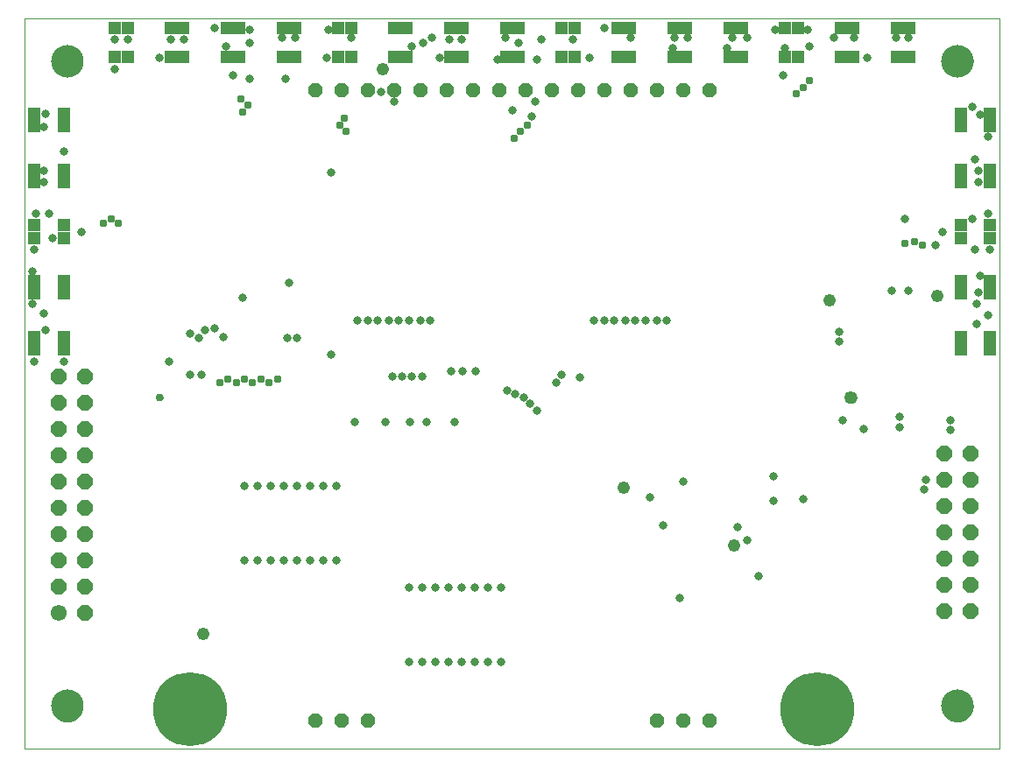
<source format=gts>
G75*
%MOIN*%
%OFA0B0*%
%FSLAX25Y25*%
%IPPOS*%
%LPD*%
%AMOC8*
5,1,8,0,0,1.08239X$1,22.5*
%
%ADD10C,0.00000*%
%ADD11C,0.12402*%
%ADD12OC8,0.05315*%
%ADD13C,0.02953*%
%ADD14C,0.04921*%
%ADD15C,0.28150*%
%ADD16R,0.04528X0.04921*%
%ADD17R,0.04921X0.04528*%
%ADD18C,0.06102*%
%ADD19OC8,0.06102*%
%ADD20C,0.03291*%
%ADD21C,0.04843*%
%ADD22C,0.03072*%
D10*
X0007875Y0004375D02*
X0007875Y0282466D01*
X0379027Y0282466D01*
X0379027Y0004375D01*
X0007875Y0004375D01*
X0018219Y0020625D02*
X0018221Y0020778D01*
X0018227Y0020932D01*
X0018237Y0021085D01*
X0018251Y0021237D01*
X0018269Y0021390D01*
X0018291Y0021541D01*
X0018316Y0021692D01*
X0018346Y0021843D01*
X0018380Y0021993D01*
X0018417Y0022141D01*
X0018458Y0022289D01*
X0018503Y0022435D01*
X0018552Y0022581D01*
X0018605Y0022725D01*
X0018661Y0022867D01*
X0018721Y0023008D01*
X0018785Y0023148D01*
X0018852Y0023286D01*
X0018923Y0023422D01*
X0018998Y0023556D01*
X0019075Y0023688D01*
X0019157Y0023818D01*
X0019241Y0023946D01*
X0019329Y0024072D01*
X0019420Y0024195D01*
X0019514Y0024316D01*
X0019612Y0024434D01*
X0019712Y0024550D01*
X0019816Y0024663D01*
X0019922Y0024774D01*
X0020031Y0024882D01*
X0020143Y0024987D01*
X0020257Y0025088D01*
X0020375Y0025187D01*
X0020494Y0025283D01*
X0020616Y0025376D01*
X0020741Y0025465D01*
X0020868Y0025552D01*
X0020997Y0025634D01*
X0021128Y0025714D01*
X0021261Y0025790D01*
X0021396Y0025863D01*
X0021533Y0025932D01*
X0021672Y0025997D01*
X0021812Y0026059D01*
X0021954Y0026117D01*
X0022097Y0026172D01*
X0022242Y0026223D01*
X0022388Y0026270D01*
X0022535Y0026313D01*
X0022683Y0026352D01*
X0022832Y0026388D01*
X0022982Y0026419D01*
X0023133Y0026447D01*
X0023284Y0026471D01*
X0023437Y0026491D01*
X0023589Y0026507D01*
X0023742Y0026519D01*
X0023895Y0026527D01*
X0024048Y0026531D01*
X0024202Y0026531D01*
X0024355Y0026527D01*
X0024508Y0026519D01*
X0024661Y0026507D01*
X0024813Y0026491D01*
X0024966Y0026471D01*
X0025117Y0026447D01*
X0025268Y0026419D01*
X0025418Y0026388D01*
X0025567Y0026352D01*
X0025715Y0026313D01*
X0025862Y0026270D01*
X0026008Y0026223D01*
X0026153Y0026172D01*
X0026296Y0026117D01*
X0026438Y0026059D01*
X0026578Y0025997D01*
X0026717Y0025932D01*
X0026854Y0025863D01*
X0026989Y0025790D01*
X0027122Y0025714D01*
X0027253Y0025634D01*
X0027382Y0025552D01*
X0027509Y0025465D01*
X0027634Y0025376D01*
X0027756Y0025283D01*
X0027875Y0025187D01*
X0027993Y0025088D01*
X0028107Y0024987D01*
X0028219Y0024882D01*
X0028328Y0024774D01*
X0028434Y0024663D01*
X0028538Y0024550D01*
X0028638Y0024434D01*
X0028736Y0024316D01*
X0028830Y0024195D01*
X0028921Y0024072D01*
X0029009Y0023946D01*
X0029093Y0023818D01*
X0029175Y0023688D01*
X0029252Y0023556D01*
X0029327Y0023422D01*
X0029398Y0023286D01*
X0029465Y0023148D01*
X0029529Y0023008D01*
X0029589Y0022867D01*
X0029645Y0022725D01*
X0029698Y0022581D01*
X0029747Y0022435D01*
X0029792Y0022289D01*
X0029833Y0022141D01*
X0029870Y0021993D01*
X0029904Y0021843D01*
X0029934Y0021692D01*
X0029959Y0021541D01*
X0029981Y0021390D01*
X0029999Y0021237D01*
X0030013Y0021085D01*
X0030023Y0020932D01*
X0030029Y0020778D01*
X0030031Y0020625D01*
X0030029Y0020472D01*
X0030023Y0020318D01*
X0030013Y0020165D01*
X0029999Y0020013D01*
X0029981Y0019860D01*
X0029959Y0019709D01*
X0029934Y0019558D01*
X0029904Y0019407D01*
X0029870Y0019257D01*
X0029833Y0019109D01*
X0029792Y0018961D01*
X0029747Y0018815D01*
X0029698Y0018669D01*
X0029645Y0018525D01*
X0029589Y0018383D01*
X0029529Y0018242D01*
X0029465Y0018102D01*
X0029398Y0017964D01*
X0029327Y0017828D01*
X0029252Y0017694D01*
X0029175Y0017562D01*
X0029093Y0017432D01*
X0029009Y0017304D01*
X0028921Y0017178D01*
X0028830Y0017055D01*
X0028736Y0016934D01*
X0028638Y0016816D01*
X0028538Y0016700D01*
X0028434Y0016587D01*
X0028328Y0016476D01*
X0028219Y0016368D01*
X0028107Y0016263D01*
X0027993Y0016162D01*
X0027875Y0016063D01*
X0027756Y0015967D01*
X0027634Y0015874D01*
X0027509Y0015785D01*
X0027382Y0015698D01*
X0027253Y0015616D01*
X0027122Y0015536D01*
X0026989Y0015460D01*
X0026854Y0015387D01*
X0026717Y0015318D01*
X0026578Y0015253D01*
X0026438Y0015191D01*
X0026296Y0015133D01*
X0026153Y0015078D01*
X0026008Y0015027D01*
X0025862Y0014980D01*
X0025715Y0014937D01*
X0025567Y0014898D01*
X0025418Y0014862D01*
X0025268Y0014831D01*
X0025117Y0014803D01*
X0024966Y0014779D01*
X0024813Y0014759D01*
X0024661Y0014743D01*
X0024508Y0014731D01*
X0024355Y0014723D01*
X0024202Y0014719D01*
X0024048Y0014719D01*
X0023895Y0014723D01*
X0023742Y0014731D01*
X0023589Y0014743D01*
X0023437Y0014759D01*
X0023284Y0014779D01*
X0023133Y0014803D01*
X0022982Y0014831D01*
X0022832Y0014862D01*
X0022683Y0014898D01*
X0022535Y0014937D01*
X0022388Y0014980D01*
X0022242Y0015027D01*
X0022097Y0015078D01*
X0021954Y0015133D01*
X0021812Y0015191D01*
X0021672Y0015253D01*
X0021533Y0015318D01*
X0021396Y0015387D01*
X0021261Y0015460D01*
X0021128Y0015536D01*
X0020997Y0015616D01*
X0020868Y0015698D01*
X0020741Y0015785D01*
X0020616Y0015874D01*
X0020494Y0015967D01*
X0020375Y0016063D01*
X0020257Y0016162D01*
X0020143Y0016263D01*
X0020031Y0016368D01*
X0019922Y0016476D01*
X0019816Y0016587D01*
X0019712Y0016700D01*
X0019612Y0016816D01*
X0019514Y0016934D01*
X0019420Y0017055D01*
X0019329Y0017178D01*
X0019241Y0017304D01*
X0019157Y0017432D01*
X0019075Y0017562D01*
X0018998Y0017694D01*
X0018923Y0017828D01*
X0018852Y0017964D01*
X0018785Y0018102D01*
X0018721Y0018242D01*
X0018661Y0018383D01*
X0018605Y0018525D01*
X0018552Y0018669D01*
X0018503Y0018815D01*
X0018458Y0018961D01*
X0018417Y0019109D01*
X0018380Y0019257D01*
X0018346Y0019407D01*
X0018316Y0019558D01*
X0018291Y0019709D01*
X0018269Y0019860D01*
X0018251Y0020013D01*
X0018237Y0020165D01*
X0018227Y0020318D01*
X0018221Y0020472D01*
X0018219Y0020625D01*
X0058136Y0138125D02*
X0058138Y0138194D01*
X0058144Y0138262D01*
X0058154Y0138330D01*
X0058168Y0138397D01*
X0058186Y0138464D01*
X0058207Y0138529D01*
X0058233Y0138593D01*
X0058262Y0138655D01*
X0058294Y0138715D01*
X0058330Y0138774D01*
X0058370Y0138830D01*
X0058412Y0138884D01*
X0058458Y0138935D01*
X0058507Y0138984D01*
X0058558Y0139030D01*
X0058612Y0139072D01*
X0058668Y0139112D01*
X0058726Y0139148D01*
X0058787Y0139180D01*
X0058849Y0139209D01*
X0058913Y0139235D01*
X0058978Y0139256D01*
X0059045Y0139274D01*
X0059112Y0139288D01*
X0059180Y0139298D01*
X0059248Y0139304D01*
X0059317Y0139306D01*
X0059386Y0139304D01*
X0059454Y0139298D01*
X0059522Y0139288D01*
X0059589Y0139274D01*
X0059656Y0139256D01*
X0059721Y0139235D01*
X0059785Y0139209D01*
X0059847Y0139180D01*
X0059907Y0139148D01*
X0059966Y0139112D01*
X0060022Y0139072D01*
X0060076Y0139030D01*
X0060127Y0138984D01*
X0060176Y0138935D01*
X0060222Y0138884D01*
X0060264Y0138830D01*
X0060304Y0138774D01*
X0060340Y0138715D01*
X0060372Y0138655D01*
X0060401Y0138593D01*
X0060427Y0138529D01*
X0060448Y0138464D01*
X0060466Y0138397D01*
X0060480Y0138330D01*
X0060490Y0138262D01*
X0060496Y0138194D01*
X0060498Y0138125D01*
X0060496Y0138056D01*
X0060490Y0137988D01*
X0060480Y0137920D01*
X0060466Y0137853D01*
X0060448Y0137786D01*
X0060427Y0137721D01*
X0060401Y0137657D01*
X0060372Y0137595D01*
X0060340Y0137534D01*
X0060304Y0137476D01*
X0060264Y0137420D01*
X0060222Y0137366D01*
X0060176Y0137315D01*
X0060127Y0137266D01*
X0060076Y0137220D01*
X0060022Y0137178D01*
X0059966Y0137138D01*
X0059908Y0137102D01*
X0059847Y0137070D01*
X0059785Y0137041D01*
X0059721Y0137015D01*
X0059656Y0136994D01*
X0059589Y0136976D01*
X0059522Y0136962D01*
X0059454Y0136952D01*
X0059386Y0136946D01*
X0059317Y0136944D01*
X0059248Y0136946D01*
X0059180Y0136952D01*
X0059112Y0136962D01*
X0059045Y0136976D01*
X0058978Y0136994D01*
X0058913Y0137015D01*
X0058849Y0137041D01*
X0058787Y0137070D01*
X0058726Y0137102D01*
X0058668Y0137138D01*
X0058612Y0137178D01*
X0058558Y0137220D01*
X0058507Y0137266D01*
X0058458Y0137315D01*
X0058412Y0137366D01*
X0058370Y0137420D01*
X0058330Y0137476D01*
X0058294Y0137534D01*
X0058262Y0137595D01*
X0058233Y0137657D01*
X0058207Y0137721D01*
X0058186Y0137786D01*
X0058168Y0137853D01*
X0058154Y0137920D01*
X0058144Y0137988D01*
X0058138Y0138056D01*
X0058136Y0138125D01*
X0320144Y0138125D02*
X0320146Y0138218D01*
X0320152Y0138310D01*
X0320162Y0138402D01*
X0320176Y0138493D01*
X0320193Y0138584D01*
X0320215Y0138674D01*
X0320240Y0138763D01*
X0320269Y0138851D01*
X0320302Y0138937D01*
X0320339Y0139022D01*
X0320379Y0139106D01*
X0320423Y0139187D01*
X0320470Y0139267D01*
X0320520Y0139345D01*
X0320574Y0139420D01*
X0320631Y0139493D01*
X0320691Y0139563D01*
X0320754Y0139631D01*
X0320820Y0139696D01*
X0320888Y0139758D01*
X0320959Y0139818D01*
X0321033Y0139874D01*
X0321109Y0139927D01*
X0321187Y0139976D01*
X0321267Y0140023D01*
X0321349Y0140065D01*
X0321433Y0140105D01*
X0321518Y0140140D01*
X0321605Y0140172D01*
X0321693Y0140201D01*
X0321782Y0140225D01*
X0321872Y0140246D01*
X0321963Y0140262D01*
X0322055Y0140275D01*
X0322147Y0140284D01*
X0322240Y0140289D01*
X0322332Y0140290D01*
X0322425Y0140287D01*
X0322517Y0140280D01*
X0322609Y0140269D01*
X0322700Y0140254D01*
X0322791Y0140236D01*
X0322881Y0140213D01*
X0322969Y0140187D01*
X0323057Y0140157D01*
X0323143Y0140123D01*
X0323227Y0140086D01*
X0323310Y0140044D01*
X0323391Y0140000D01*
X0323471Y0139952D01*
X0323548Y0139901D01*
X0323622Y0139846D01*
X0323695Y0139788D01*
X0323765Y0139728D01*
X0323832Y0139664D01*
X0323896Y0139598D01*
X0323958Y0139528D01*
X0324016Y0139457D01*
X0324071Y0139383D01*
X0324123Y0139306D01*
X0324172Y0139227D01*
X0324218Y0139147D01*
X0324260Y0139064D01*
X0324298Y0138980D01*
X0324333Y0138894D01*
X0324364Y0138807D01*
X0324391Y0138719D01*
X0324414Y0138629D01*
X0324434Y0138539D01*
X0324450Y0138448D01*
X0324462Y0138356D01*
X0324470Y0138264D01*
X0324474Y0138171D01*
X0324474Y0138079D01*
X0324470Y0137986D01*
X0324462Y0137894D01*
X0324450Y0137802D01*
X0324434Y0137711D01*
X0324414Y0137621D01*
X0324391Y0137531D01*
X0324364Y0137443D01*
X0324333Y0137356D01*
X0324298Y0137270D01*
X0324260Y0137186D01*
X0324218Y0137103D01*
X0324172Y0137023D01*
X0324123Y0136944D01*
X0324071Y0136867D01*
X0324016Y0136793D01*
X0323958Y0136722D01*
X0323896Y0136652D01*
X0323832Y0136586D01*
X0323765Y0136522D01*
X0323695Y0136462D01*
X0323622Y0136404D01*
X0323548Y0136349D01*
X0323471Y0136298D01*
X0323392Y0136250D01*
X0323310Y0136206D01*
X0323227Y0136164D01*
X0323143Y0136127D01*
X0323057Y0136093D01*
X0322969Y0136063D01*
X0322881Y0136037D01*
X0322791Y0136014D01*
X0322700Y0135996D01*
X0322609Y0135981D01*
X0322517Y0135970D01*
X0322425Y0135963D01*
X0322332Y0135960D01*
X0322240Y0135961D01*
X0322147Y0135966D01*
X0322055Y0135975D01*
X0321963Y0135988D01*
X0321872Y0136004D01*
X0321782Y0136025D01*
X0321693Y0136049D01*
X0321605Y0136078D01*
X0321518Y0136110D01*
X0321433Y0136145D01*
X0321349Y0136185D01*
X0321267Y0136227D01*
X0321187Y0136274D01*
X0321109Y0136323D01*
X0321033Y0136376D01*
X0320959Y0136432D01*
X0320888Y0136492D01*
X0320820Y0136554D01*
X0320754Y0136619D01*
X0320691Y0136687D01*
X0320631Y0136757D01*
X0320574Y0136830D01*
X0320520Y0136905D01*
X0320470Y0136983D01*
X0320423Y0137063D01*
X0320379Y0137144D01*
X0320339Y0137228D01*
X0320302Y0137313D01*
X0320269Y0137399D01*
X0320240Y0137487D01*
X0320215Y0137576D01*
X0320193Y0137666D01*
X0320176Y0137757D01*
X0320162Y0137848D01*
X0320152Y0137940D01*
X0320146Y0138032D01*
X0320144Y0138125D01*
X0356969Y0020625D02*
X0356971Y0020778D01*
X0356977Y0020932D01*
X0356987Y0021085D01*
X0357001Y0021237D01*
X0357019Y0021390D01*
X0357041Y0021541D01*
X0357066Y0021692D01*
X0357096Y0021843D01*
X0357130Y0021993D01*
X0357167Y0022141D01*
X0357208Y0022289D01*
X0357253Y0022435D01*
X0357302Y0022581D01*
X0357355Y0022725D01*
X0357411Y0022867D01*
X0357471Y0023008D01*
X0357535Y0023148D01*
X0357602Y0023286D01*
X0357673Y0023422D01*
X0357748Y0023556D01*
X0357825Y0023688D01*
X0357907Y0023818D01*
X0357991Y0023946D01*
X0358079Y0024072D01*
X0358170Y0024195D01*
X0358264Y0024316D01*
X0358362Y0024434D01*
X0358462Y0024550D01*
X0358566Y0024663D01*
X0358672Y0024774D01*
X0358781Y0024882D01*
X0358893Y0024987D01*
X0359007Y0025088D01*
X0359125Y0025187D01*
X0359244Y0025283D01*
X0359366Y0025376D01*
X0359491Y0025465D01*
X0359618Y0025552D01*
X0359747Y0025634D01*
X0359878Y0025714D01*
X0360011Y0025790D01*
X0360146Y0025863D01*
X0360283Y0025932D01*
X0360422Y0025997D01*
X0360562Y0026059D01*
X0360704Y0026117D01*
X0360847Y0026172D01*
X0360992Y0026223D01*
X0361138Y0026270D01*
X0361285Y0026313D01*
X0361433Y0026352D01*
X0361582Y0026388D01*
X0361732Y0026419D01*
X0361883Y0026447D01*
X0362034Y0026471D01*
X0362187Y0026491D01*
X0362339Y0026507D01*
X0362492Y0026519D01*
X0362645Y0026527D01*
X0362798Y0026531D01*
X0362952Y0026531D01*
X0363105Y0026527D01*
X0363258Y0026519D01*
X0363411Y0026507D01*
X0363563Y0026491D01*
X0363716Y0026471D01*
X0363867Y0026447D01*
X0364018Y0026419D01*
X0364168Y0026388D01*
X0364317Y0026352D01*
X0364465Y0026313D01*
X0364612Y0026270D01*
X0364758Y0026223D01*
X0364903Y0026172D01*
X0365046Y0026117D01*
X0365188Y0026059D01*
X0365328Y0025997D01*
X0365467Y0025932D01*
X0365604Y0025863D01*
X0365739Y0025790D01*
X0365872Y0025714D01*
X0366003Y0025634D01*
X0366132Y0025552D01*
X0366259Y0025465D01*
X0366384Y0025376D01*
X0366506Y0025283D01*
X0366625Y0025187D01*
X0366743Y0025088D01*
X0366857Y0024987D01*
X0366969Y0024882D01*
X0367078Y0024774D01*
X0367184Y0024663D01*
X0367288Y0024550D01*
X0367388Y0024434D01*
X0367486Y0024316D01*
X0367580Y0024195D01*
X0367671Y0024072D01*
X0367759Y0023946D01*
X0367843Y0023818D01*
X0367925Y0023688D01*
X0368002Y0023556D01*
X0368077Y0023422D01*
X0368148Y0023286D01*
X0368215Y0023148D01*
X0368279Y0023008D01*
X0368339Y0022867D01*
X0368395Y0022725D01*
X0368448Y0022581D01*
X0368497Y0022435D01*
X0368542Y0022289D01*
X0368583Y0022141D01*
X0368620Y0021993D01*
X0368654Y0021843D01*
X0368684Y0021692D01*
X0368709Y0021541D01*
X0368731Y0021390D01*
X0368749Y0021237D01*
X0368763Y0021085D01*
X0368773Y0020932D01*
X0368779Y0020778D01*
X0368781Y0020625D01*
X0368779Y0020472D01*
X0368773Y0020318D01*
X0368763Y0020165D01*
X0368749Y0020013D01*
X0368731Y0019860D01*
X0368709Y0019709D01*
X0368684Y0019558D01*
X0368654Y0019407D01*
X0368620Y0019257D01*
X0368583Y0019109D01*
X0368542Y0018961D01*
X0368497Y0018815D01*
X0368448Y0018669D01*
X0368395Y0018525D01*
X0368339Y0018383D01*
X0368279Y0018242D01*
X0368215Y0018102D01*
X0368148Y0017964D01*
X0368077Y0017828D01*
X0368002Y0017694D01*
X0367925Y0017562D01*
X0367843Y0017432D01*
X0367759Y0017304D01*
X0367671Y0017178D01*
X0367580Y0017055D01*
X0367486Y0016934D01*
X0367388Y0016816D01*
X0367288Y0016700D01*
X0367184Y0016587D01*
X0367078Y0016476D01*
X0366969Y0016368D01*
X0366857Y0016263D01*
X0366743Y0016162D01*
X0366625Y0016063D01*
X0366506Y0015967D01*
X0366384Y0015874D01*
X0366259Y0015785D01*
X0366132Y0015698D01*
X0366003Y0015616D01*
X0365872Y0015536D01*
X0365739Y0015460D01*
X0365604Y0015387D01*
X0365467Y0015318D01*
X0365328Y0015253D01*
X0365188Y0015191D01*
X0365046Y0015133D01*
X0364903Y0015078D01*
X0364758Y0015027D01*
X0364612Y0014980D01*
X0364465Y0014937D01*
X0364317Y0014898D01*
X0364168Y0014862D01*
X0364018Y0014831D01*
X0363867Y0014803D01*
X0363716Y0014779D01*
X0363563Y0014759D01*
X0363411Y0014743D01*
X0363258Y0014731D01*
X0363105Y0014723D01*
X0362952Y0014719D01*
X0362798Y0014719D01*
X0362645Y0014723D01*
X0362492Y0014731D01*
X0362339Y0014743D01*
X0362187Y0014759D01*
X0362034Y0014779D01*
X0361883Y0014803D01*
X0361732Y0014831D01*
X0361582Y0014862D01*
X0361433Y0014898D01*
X0361285Y0014937D01*
X0361138Y0014980D01*
X0360992Y0015027D01*
X0360847Y0015078D01*
X0360704Y0015133D01*
X0360562Y0015191D01*
X0360422Y0015253D01*
X0360283Y0015318D01*
X0360146Y0015387D01*
X0360011Y0015460D01*
X0359878Y0015536D01*
X0359747Y0015616D01*
X0359618Y0015698D01*
X0359491Y0015785D01*
X0359366Y0015874D01*
X0359244Y0015967D01*
X0359125Y0016063D01*
X0359007Y0016162D01*
X0358893Y0016263D01*
X0358781Y0016368D01*
X0358672Y0016476D01*
X0358566Y0016587D01*
X0358462Y0016700D01*
X0358362Y0016816D01*
X0358264Y0016934D01*
X0358170Y0017055D01*
X0358079Y0017178D01*
X0357991Y0017304D01*
X0357907Y0017432D01*
X0357825Y0017562D01*
X0357748Y0017694D01*
X0357673Y0017828D01*
X0357602Y0017964D01*
X0357535Y0018102D01*
X0357471Y0018242D01*
X0357411Y0018383D01*
X0357355Y0018525D01*
X0357302Y0018669D01*
X0357253Y0018815D01*
X0357208Y0018961D01*
X0357167Y0019109D01*
X0357130Y0019257D01*
X0357096Y0019407D01*
X0357066Y0019558D01*
X0357041Y0019709D01*
X0357019Y0019860D01*
X0357001Y0020013D01*
X0356987Y0020165D01*
X0356977Y0020318D01*
X0356971Y0020472D01*
X0356969Y0020625D01*
X0356969Y0266250D02*
X0356971Y0266403D01*
X0356977Y0266557D01*
X0356987Y0266710D01*
X0357001Y0266862D01*
X0357019Y0267015D01*
X0357041Y0267166D01*
X0357066Y0267317D01*
X0357096Y0267468D01*
X0357130Y0267618D01*
X0357167Y0267766D01*
X0357208Y0267914D01*
X0357253Y0268060D01*
X0357302Y0268206D01*
X0357355Y0268350D01*
X0357411Y0268492D01*
X0357471Y0268633D01*
X0357535Y0268773D01*
X0357602Y0268911D01*
X0357673Y0269047D01*
X0357748Y0269181D01*
X0357825Y0269313D01*
X0357907Y0269443D01*
X0357991Y0269571D01*
X0358079Y0269697D01*
X0358170Y0269820D01*
X0358264Y0269941D01*
X0358362Y0270059D01*
X0358462Y0270175D01*
X0358566Y0270288D01*
X0358672Y0270399D01*
X0358781Y0270507D01*
X0358893Y0270612D01*
X0359007Y0270713D01*
X0359125Y0270812D01*
X0359244Y0270908D01*
X0359366Y0271001D01*
X0359491Y0271090D01*
X0359618Y0271177D01*
X0359747Y0271259D01*
X0359878Y0271339D01*
X0360011Y0271415D01*
X0360146Y0271488D01*
X0360283Y0271557D01*
X0360422Y0271622D01*
X0360562Y0271684D01*
X0360704Y0271742D01*
X0360847Y0271797D01*
X0360992Y0271848D01*
X0361138Y0271895D01*
X0361285Y0271938D01*
X0361433Y0271977D01*
X0361582Y0272013D01*
X0361732Y0272044D01*
X0361883Y0272072D01*
X0362034Y0272096D01*
X0362187Y0272116D01*
X0362339Y0272132D01*
X0362492Y0272144D01*
X0362645Y0272152D01*
X0362798Y0272156D01*
X0362952Y0272156D01*
X0363105Y0272152D01*
X0363258Y0272144D01*
X0363411Y0272132D01*
X0363563Y0272116D01*
X0363716Y0272096D01*
X0363867Y0272072D01*
X0364018Y0272044D01*
X0364168Y0272013D01*
X0364317Y0271977D01*
X0364465Y0271938D01*
X0364612Y0271895D01*
X0364758Y0271848D01*
X0364903Y0271797D01*
X0365046Y0271742D01*
X0365188Y0271684D01*
X0365328Y0271622D01*
X0365467Y0271557D01*
X0365604Y0271488D01*
X0365739Y0271415D01*
X0365872Y0271339D01*
X0366003Y0271259D01*
X0366132Y0271177D01*
X0366259Y0271090D01*
X0366384Y0271001D01*
X0366506Y0270908D01*
X0366625Y0270812D01*
X0366743Y0270713D01*
X0366857Y0270612D01*
X0366969Y0270507D01*
X0367078Y0270399D01*
X0367184Y0270288D01*
X0367288Y0270175D01*
X0367388Y0270059D01*
X0367486Y0269941D01*
X0367580Y0269820D01*
X0367671Y0269697D01*
X0367759Y0269571D01*
X0367843Y0269443D01*
X0367925Y0269313D01*
X0368002Y0269181D01*
X0368077Y0269047D01*
X0368148Y0268911D01*
X0368215Y0268773D01*
X0368279Y0268633D01*
X0368339Y0268492D01*
X0368395Y0268350D01*
X0368448Y0268206D01*
X0368497Y0268060D01*
X0368542Y0267914D01*
X0368583Y0267766D01*
X0368620Y0267618D01*
X0368654Y0267468D01*
X0368684Y0267317D01*
X0368709Y0267166D01*
X0368731Y0267015D01*
X0368749Y0266862D01*
X0368763Y0266710D01*
X0368773Y0266557D01*
X0368779Y0266403D01*
X0368781Y0266250D01*
X0368779Y0266097D01*
X0368773Y0265943D01*
X0368763Y0265790D01*
X0368749Y0265638D01*
X0368731Y0265485D01*
X0368709Y0265334D01*
X0368684Y0265183D01*
X0368654Y0265032D01*
X0368620Y0264882D01*
X0368583Y0264734D01*
X0368542Y0264586D01*
X0368497Y0264440D01*
X0368448Y0264294D01*
X0368395Y0264150D01*
X0368339Y0264008D01*
X0368279Y0263867D01*
X0368215Y0263727D01*
X0368148Y0263589D01*
X0368077Y0263453D01*
X0368002Y0263319D01*
X0367925Y0263187D01*
X0367843Y0263057D01*
X0367759Y0262929D01*
X0367671Y0262803D01*
X0367580Y0262680D01*
X0367486Y0262559D01*
X0367388Y0262441D01*
X0367288Y0262325D01*
X0367184Y0262212D01*
X0367078Y0262101D01*
X0366969Y0261993D01*
X0366857Y0261888D01*
X0366743Y0261787D01*
X0366625Y0261688D01*
X0366506Y0261592D01*
X0366384Y0261499D01*
X0366259Y0261410D01*
X0366132Y0261323D01*
X0366003Y0261241D01*
X0365872Y0261161D01*
X0365739Y0261085D01*
X0365604Y0261012D01*
X0365467Y0260943D01*
X0365328Y0260878D01*
X0365188Y0260816D01*
X0365046Y0260758D01*
X0364903Y0260703D01*
X0364758Y0260652D01*
X0364612Y0260605D01*
X0364465Y0260562D01*
X0364317Y0260523D01*
X0364168Y0260487D01*
X0364018Y0260456D01*
X0363867Y0260428D01*
X0363716Y0260404D01*
X0363563Y0260384D01*
X0363411Y0260368D01*
X0363258Y0260356D01*
X0363105Y0260348D01*
X0362952Y0260344D01*
X0362798Y0260344D01*
X0362645Y0260348D01*
X0362492Y0260356D01*
X0362339Y0260368D01*
X0362187Y0260384D01*
X0362034Y0260404D01*
X0361883Y0260428D01*
X0361732Y0260456D01*
X0361582Y0260487D01*
X0361433Y0260523D01*
X0361285Y0260562D01*
X0361138Y0260605D01*
X0360992Y0260652D01*
X0360847Y0260703D01*
X0360704Y0260758D01*
X0360562Y0260816D01*
X0360422Y0260878D01*
X0360283Y0260943D01*
X0360146Y0261012D01*
X0360011Y0261085D01*
X0359878Y0261161D01*
X0359747Y0261241D01*
X0359618Y0261323D01*
X0359491Y0261410D01*
X0359366Y0261499D01*
X0359244Y0261592D01*
X0359125Y0261688D01*
X0359007Y0261787D01*
X0358893Y0261888D01*
X0358781Y0261993D01*
X0358672Y0262101D01*
X0358566Y0262212D01*
X0358462Y0262325D01*
X0358362Y0262441D01*
X0358264Y0262559D01*
X0358170Y0262680D01*
X0358079Y0262803D01*
X0357991Y0262929D01*
X0357907Y0263057D01*
X0357825Y0263187D01*
X0357748Y0263319D01*
X0357673Y0263453D01*
X0357602Y0263589D01*
X0357535Y0263727D01*
X0357471Y0263867D01*
X0357411Y0264008D01*
X0357355Y0264150D01*
X0357302Y0264294D01*
X0357253Y0264440D01*
X0357208Y0264586D01*
X0357167Y0264734D01*
X0357130Y0264882D01*
X0357096Y0265032D01*
X0357066Y0265183D01*
X0357041Y0265334D01*
X0357019Y0265485D01*
X0357001Y0265638D01*
X0356987Y0265790D01*
X0356977Y0265943D01*
X0356971Y0266097D01*
X0356969Y0266250D01*
X0018219Y0266250D02*
X0018221Y0266403D01*
X0018227Y0266557D01*
X0018237Y0266710D01*
X0018251Y0266862D01*
X0018269Y0267015D01*
X0018291Y0267166D01*
X0018316Y0267317D01*
X0018346Y0267468D01*
X0018380Y0267618D01*
X0018417Y0267766D01*
X0018458Y0267914D01*
X0018503Y0268060D01*
X0018552Y0268206D01*
X0018605Y0268350D01*
X0018661Y0268492D01*
X0018721Y0268633D01*
X0018785Y0268773D01*
X0018852Y0268911D01*
X0018923Y0269047D01*
X0018998Y0269181D01*
X0019075Y0269313D01*
X0019157Y0269443D01*
X0019241Y0269571D01*
X0019329Y0269697D01*
X0019420Y0269820D01*
X0019514Y0269941D01*
X0019612Y0270059D01*
X0019712Y0270175D01*
X0019816Y0270288D01*
X0019922Y0270399D01*
X0020031Y0270507D01*
X0020143Y0270612D01*
X0020257Y0270713D01*
X0020375Y0270812D01*
X0020494Y0270908D01*
X0020616Y0271001D01*
X0020741Y0271090D01*
X0020868Y0271177D01*
X0020997Y0271259D01*
X0021128Y0271339D01*
X0021261Y0271415D01*
X0021396Y0271488D01*
X0021533Y0271557D01*
X0021672Y0271622D01*
X0021812Y0271684D01*
X0021954Y0271742D01*
X0022097Y0271797D01*
X0022242Y0271848D01*
X0022388Y0271895D01*
X0022535Y0271938D01*
X0022683Y0271977D01*
X0022832Y0272013D01*
X0022982Y0272044D01*
X0023133Y0272072D01*
X0023284Y0272096D01*
X0023437Y0272116D01*
X0023589Y0272132D01*
X0023742Y0272144D01*
X0023895Y0272152D01*
X0024048Y0272156D01*
X0024202Y0272156D01*
X0024355Y0272152D01*
X0024508Y0272144D01*
X0024661Y0272132D01*
X0024813Y0272116D01*
X0024966Y0272096D01*
X0025117Y0272072D01*
X0025268Y0272044D01*
X0025418Y0272013D01*
X0025567Y0271977D01*
X0025715Y0271938D01*
X0025862Y0271895D01*
X0026008Y0271848D01*
X0026153Y0271797D01*
X0026296Y0271742D01*
X0026438Y0271684D01*
X0026578Y0271622D01*
X0026717Y0271557D01*
X0026854Y0271488D01*
X0026989Y0271415D01*
X0027122Y0271339D01*
X0027253Y0271259D01*
X0027382Y0271177D01*
X0027509Y0271090D01*
X0027634Y0271001D01*
X0027756Y0270908D01*
X0027875Y0270812D01*
X0027993Y0270713D01*
X0028107Y0270612D01*
X0028219Y0270507D01*
X0028328Y0270399D01*
X0028434Y0270288D01*
X0028538Y0270175D01*
X0028638Y0270059D01*
X0028736Y0269941D01*
X0028830Y0269820D01*
X0028921Y0269697D01*
X0029009Y0269571D01*
X0029093Y0269443D01*
X0029175Y0269313D01*
X0029252Y0269181D01*
X0029327Y0269047D01*
X0029398Y0268911D01*
X0029465Y0268773D01*
X0029529Y0268633D01*
X0029589Y0268492D01*
X0029645Y0268350D01*
X0029698Y0268206D01*
X0029747Y0268060D01*
X0029792Y0267914D01*
X0029833Y0267766D01*
X0029870Y0267618D01*
X0029904Y0267468D01*
X0029934Y0267317D01*
X0029959Y0267166D01*
X0029981Y0267015D01*
X0029999Y0266862D01*
X0030013Y0266710D01*
X0030023Y0266557D01*
X0030029Y0266403D01*
X0030031Y0266250D01*
X0030029Y0266097D01*
X0030023Y0265943D01*
X0030013Y0265790D01*
X0029999Y0265638D01*
X0029981Y0265485D01*
X0029959Y0265334D01*
X0029934Y0265183D01*
X0029904Y0265032D01*
X0029870Y0264882D01*
X0029833Y0264734D01*
X0029792Y0264586D01*
X0029747Y0264440D01*
X0029698Y0264294D01*
X0029645Y0264150D01*
X0029589Y0264008D01*
X0029529Y0263867D01*
X0029465Y0263727D01*
X0029398Y0263589D01*
X0029327Y0263453D01*
X0029252Y0263319D01*
X0029175Y0263187D01*
X0029093Y0263057D01*
X0029009Y0262929D01*
X0028921Y0262803D01*
X0028830Y0262680D01*
X0028736Y0262559D01*
X0028638Y0262441D01*
X0028538Y0262325D01*
X0028434Y0262212D01*
X0028328Y0262101D01*
X0028219Y0261993D01*
X0028107Y0261888D01*
X0027993Y0261787D01*
X0027875Y0261688D01*
X0027756Y0261592D01*
X0027634Y0261499D01*
X0027509Y0261410D01*
X0027382Y0261323D01*
X0027253Y0261241D01*
X0027122Y0261161D01*
X0026989Y0261085D01*
X0026854Y0261012D01*
X0026717Y0260943D01*
X0026578Y0260878D01*
X0026438Y0260816D01*
X0026296Y0260758D01*
X0026153Y0260703D01*
X0026008Y0260652D01*
X0025862Y0260605D01*
X0025715Y0260562D01*
X0025567Y0260523D01*
X0025418Y0260487D01*
X0025268Y0260456D01*
X0025117Y0260428D01*
X0024966Y0260404D01*
X0024813Y0260384D01*
X0024661Y0260368D01*
X0024508Y0260356D01*
X0024355Y0260348D01*
X0024202Y0260344D01*
X0024048Y0260344D01*
X0023895Y0260348D01*
X0023742Y0260356D01*
X0023589Y0260368D01*
X0023437Y0260384D01*
X0023284Y0260404D01*
X0023133Y0260428D01*
X0022982Y0260456D01*
X0022832Y0260487D01*
X0022683Y0260523D01*
X0022535Y0260562D01*
X0022388Y0260605D01*
X0022242Y0260652D01*
X0022097Y0260703D01*
X0021954Y0260758D01*
X0021812Y0260816D01*
X0021672Y0260878D01*
X0021533Y0260943D01*
X0021396Y0261012D01*
X0021261Y0261085D01*
X0021128Y0261161D01*
X0020997Y0261241D01*
X0020868Y0261323D01*
X0020741Y0261410D01*
X0020616Y0261499D01*
X0020494Y0261592D01*
X0020375Y0261688D01*
X0020257Y0261787D01*
X0020143Y0261888D01*
X0020031Y0261993D01*
X0019922Y0262101D01*
X0019816Y0262212D01*
X0019712Y0262325D01*
X0019612Y0262441D01*
X0019514Y0262559D01*
X0019420Y0262680D01*
X0019329Y0262803D01*
X0019241Y0262929D01*
X0019157Y0263057D01*
X0019075Y0263187D01*
X0018998Y0263319D01*
X0018923Y0263453D01*
X0018852Y0263589D01*
X0018785Y0263727D01*
X0018721Y0263867D01*
X0018661Y0264008D01*
X0018605Y0264150D01*
X0018552Y0264294D01*
X0018503Y0264440D01*
X0018458Y0264586D01*
X0018417Y0264734D01*
X0018380Y0264882D01*
X0018346Y0265032D01*
X0018316Y0265183D01*
X0018291Y0265334D01*
X0018269Y0265485D01*
X0018251Y0265638D01*
X0018237Y0265790D01*
X0018227Y0265943D01*
X0018221Y0266097D01*
X0018219Y0266250D01*
D11*
X0024125Y0266250D03*
X0362875Y0266250D03*
X0362875Y0020625D03*
X0024125Y0020625D03*
D12*
X0118500Y0015000D03*
X0128500Y0015000D03*
X0138500Y0015000D03*
X0248500Y0015000D03*
X0258500Y0015000D03*
X0268500Y0015000D03*
X0268500Y0255000D03*
X0258500Y0255000D03*
X0248500Y0255000D03*
X0238500Y0255000D03*
X0228500Y0255000D03*
X0218500Y0255000D03*
X0208500Y0255000D03*
X0198500Y0255000D03*
X0188500Y0255000D03*
X0178500Y0255000D03*
X0168500Y0255000D03*
X0158500Y0255000D03*
X0148500Y0255000D03*
X0138500Y0255000D03*
X0128500Y0255000D03*
X0118500Y0255000D03*
D13*
X0059317Y0138125D03*
D14*
X0322309Y0138125D03*
D15*
X0309750Y0019375D03*
X0071000Y0019375D03*
D16*
X0068362Y0267613D03*
X0063638Y0267613D03*
X0063638Y0278637D03*
X0068362Y0278637D03*
X0084888Y0278637D03*
X0089612Y0278637D03*
X0089612Y0267613D03*
X0084888Y0267613D03*
X0106138Y0267613D03*
X0110862Y0267613D03*
X0110862Y0278637D03*
X0106138Y0278637D03*
X0127388Y0278637D03*
X0132112Y0278637D03*
X0132112Y0267613D03*
X0127388Y0267613D03*
X0148638Y0267613D03*
X0153362Y0267613D03*
X0153362Y0278637D03*
X0148638Y0278637D03*
X0169888Y0278637D03*
X0174612Y0278637D03*
X0191138Y0278637D03*
X0195862Y0278637D03*
X0212388Y0278637D03*
X0217112Y0278637D03*
X0233638Y0278637D03*
X0238362Y0278637D03*
X0254888Y0278637D03*
X0259612Y0278637D03*
X0276138Y0278637D03*
X0280862Y0278637D03*
X0297388Y0278637D03*
X0302112Y0278637D03*
X0302112Y0267613D03*
X0297388Y0267613D03*
X0280862Y0267613D03*
X0276138Y0267613D03*
X0259612Y0267613D03*
X0254888Y0267613D03*
X0238362Y0267613D03*
X0233638Y0267613D03*
X0217112Y0267613D03*
X0212388Y0267613D03*
X0195862Y0267613D03*
X0191138Y0267613D03*
X0174612Y0267613D03*
X0169888Y0267613D03*
X0047112Y0267613D03*
X0042388Y0267613D03*
X0042388Y0278637D03*
X0047112Y0278637D03*
X0318638Y0278637D03*
X0323362Y0278637D03*
X0323362Y0267613D03*
X0318638Y0267613D03*
X0339888Y0267613D03*
X0344612Y0267613D03*
X0344612Y0278637D03*
X0339888Y0278637D03*
D17*
X0364238Y0246112D03*
X0364238Y0241388D03*
X0375262Y0241388D03*
X0375262Y0246112D03*
X0375262Y0224862D03*
X0375262Y0220138D03*
X0364238Y0220138D03*
X0364238Y0224862D03*
X0364238Y0203612D03*
X0364238Y0198888D03*
X0375262Y0198888D03*
X0375262Y0203612D03*
X0375262Y0182362D03*
X0375262Y0177638D03*
X0364238Y0177638D03*
X0364238Y0182362D03*
X0364238Y0161112D03*
X0364238Y0156388D03*
X0375262Y0156388D03*
X0375262Y0161112D03*
X0022762Y0161112D03*
X0022762Y0156388D03*
X0011738Y0156388D03*
X0011738Y0161112D03*
X0011738Y0177638D03*
X0011738Y0182362D03*
X0022762Y0182362D03*
X0022762Y0177638D03*
X0022762Y0198888D03*
X0022762Y0203612D03*
X0011738Y0203612D03*
X0011738Y0198888D03*
X0011738Y0220138D03*
X0011738Y0224862D03*
X0022762Y0224862D03*
X0022762Y0220138D03*
X0022762Y0241388D03*
X0022762Y0246112D03*
X0011738Y0246112D03*
X0011738Y0241388D03*
D18*
X0021000Y0056250D03*
D19*
X0031000Y0056250D03*
X0031000Y0066250D03*
X0021000Y0066250D03*
X0021000Y0076250D03*
X0031000Y0076250D03*
X0031000Y0086250D03*
X0021000Y0086250D03*
X0021000Y0096250D03*
X0031000Y0096250D03*
X0031000Y0106250D03*
X0021000Y0106250D03*
X0021000Y0116250D03*
X0031000Y0116250D03*
X0031000Y0126250D03*
X0021000Y0126250D03*
X0021000Y0136250D03*
X0031000Y0136250D03*
X0031000Y0146250D03*
X0021000Y0146250D03*
X0357875Y0116875D03*
X0367875Y0116875D03*
X0367875Y0106875D03*
X0357875Y0106875D03*
X0357875Y0096875D03*
X0367875Y0096875D03*
X0367875Y0086875D03*
X0357875Y0086875D03*
X0357875Y0076875D03*
X0367875Y0076875D03*
X0367875Y0066875D03*
X0357875Y0066875D03*
X0357875Y0056875D03*
X0367875Y0056875D03*
D20*
X0287250Y0070000D03*
X0282875Y0083750D03*
X0279125Y0088750D03*
X0292875Y0098750D03*
X0304125Y0099375D03*
X0292875Y0108125D03*
X0258500Y0106250D03*
X0246000Y0100000D03*
X0251000Y0089375D03*
X0257250Y0061875D03*
X0189125Y0065625D03*
X0184125Y0065625D03*
X0179125Y0065625D03*
X0174125Y0065625D03*
X0169125Y0065625D03*
X0164125Y0065625D03*
X0159125Y0065625D03*
X0154125Y0065625D03*
X0126625Y0076250D03*
X0121625Y0076250D03*
X0116625Y0076250D03*
X0111625Y0076250D03*
X0106625Y0076250D03*
X0101625Y0076250D03*
X0096625Y0076250D03*
X0091625Y0076250D03*
X0091625Y0104375D03*
X0096625Y0104375D03*
X0101625Y0104375D03*
X0106625Y0104375D03*
X0111625Y0104375D03*
X0116625Y0104375D03*
X0121625Y0104375D03*
X0126625Y0104375D03*
X0133500Y0128750D03*
X0145375Y0128750D03*
X0154750Y0128750D03*
X0161000Y0128750D03*
X0171625Y0128750D03*
X0191625Y0140625D03*
X0194750Y0139375D03*
X0197875Y0138125D03*
X0200375Y0135625D03*
X0202875Y0133125D03*
X0210375Y0143750D03*
X0212250Y0146875D03*
X0219125Y0145625D03*
X0179750Y0148125D03*
X0174750Y0148125D03*
X0170375Y0148125D03*
X0159125Y0146250D03*
X0155375Y0146250D03*
X0151625Y0146250D03*
X0147875Y0146250D03*
X0124750Y0154375D03*
X0111625Y0160625D03*
X0107875Y0160625D03*
X0083500Y0161250D03*
X0080375Y0164375D03*
X0076625Y0163750D03*
X0074125Y0160625D03*
X0071000Y0162500D03*
X0062875Y0151875D03*
X0071000Y0146875D03*
X0075375Y0146875D03*
X0022875Y0151875D03*
X0011625Y0151875D03*
X0016000Y0163750D03*
X0015375Y0170000D03*
X0011000Y0173750D03*
X0011000Y0186250D03*
X0011625Y0194375D03*
X0018500Y0198750D03*
X0029750Y0201250D03*
X0017250Y0208125D03*
X0012250Y0208125D03*
X0015375Y0220000D03*
X0015375Y0224375D03*
X0022875Y0231875D03*
X0015375Y0241250D03*
X0016000Y0246250D03*
X0042250Y0263125D03*
X0059125Y0267500D03*
X0063500Y0274375D03*
X0068500Y0274375D03*
X0080375Y0278750D03*
X0084750Y0271875D03*
X0093500Y0273125D03*
X0093500Y0278125D03*
X0106000Y0275000D03*
X0111000Y0275000D03*
X0123500Y0278125D03*
X0132250Y0275000D03*
X0122875Y0267500D03*
X0107250Y0259375D03*
X0093500Y0259375D03*
X0087250Y0260625D03*
X0047250Y0274375D03*
X0042250Y0274375D03*
X0143500Y0254375D03*
X0148500Y0250625D03*
X0166000Y0267500D03*
X0169750Y0274375D03*
X0174125Y0274375D03*
X0162875Y0275000D03*
X0159750Y0273125D03*
X0155375Y0271875D03*
X0187875Y0266875D03*
X0196000Y0273125D03*
X0191000Y0275000D03*
X0204750Y0274375D03*
X0202875Y0266875D03*
X0216625Y0274375D03*
X0222875Y0267500D03*
X0228500Y0278750D03*
X0238500Y0275000D03*
X0254750Y0271250D03*
X0255375Y0275000D03*
X0260375Y0275000D03*
X0275375Y0271250D03*
X0277250Y0275000D03*
X0282875Y0275000D03*
X0293500Y0278125D03*
X0297250Y0271250D03*
X0306625Y0271875D03*
X0306000Y0278125D03*
X0316000Y0275000D03*
X0323500Y0275000D03*
X0328500Y0267500D03*
X0339750Y0275000D03*
X0344125Y0275000D03*
X0296625Y0260625D03*
X0368500Y0248750D03*
X0371625Y0245625D03*
X0374750Y0237500D03*
X0369750Y0228750D03*
X0371000Y0224375D03*
X0371000Y0220000D03*
X0374750Y0208125D03*
X0368500Y0206250D03*
X0357250Y0201250D03*
X0354750Y0196250D03*
X0369750Y0194375D03*
X0375375Y0194375D03*
X0371625Y0184375D03*
X0371000Y0178125D03*
X0370375Y0173750D03*
X0374750Y0169375D03*
X0370375Y0166250D03*
X0344125Y0178750D03*
X0337875Y0178750D03*
X0317875Y0163125D03*
X0317875Y0159375D03*
X0319125Y0129375D03*
X0327250Y0126250D03*
X0341000Y0126875D03*
X0341000Y0130625D03*
X0360375Y0129375D03*
X0360375Y0125625D03*
X0351000Y0106875D03*
X0350375Y0103125D03*
X0252250Y0167500D03*
X0248500Y0167500D03*
X0244125Y0167500D03*
X0240375Y0167500D03*
X0236625Y0167500D03*
X0232250Y0167500D03*
X0228500Y0167500D03*
X0224750Y0167500D03*
X0162250Y0167500D03*
X0158500Y0167500D03*
X0154125Y0167500D03*
X0150375Y0167500D03*
X0146625Y0167500D03*
X0142250Y0167500D03*
X0138500Y0167500D03*
X0134750Y0167500D03*
X0108500Y0181875D03*
X0091000Y0176250D03*
X0124750Y0223750D03*
X0193500Y0247500D03*
X0201000Y0245000D03*
X0202250Y0250625D03*
X0342875Y0206250D03*
X0189125Y0037500D03*
X0184125Y0037500D03*
X0179125Y0037500D03*
X0174125Y0037500D03*
X0169125Y0037500D03*
X0164125Y0037500D03*
X0159125Y0037500D03*
X0154125Y0037500D03*
D21*
X0076000Y0048006D03*
X0236000Y0103750D03*
X0277875Y0081875D03*
X0314125Y0175000D03*
X0355375Y0176875D03*
X0144125Y0263125D03*
D22*
X0129750Y0244375D03*
X0127875Y0241875D03*
X0130375Y0239375D03*
X0092875Y0249375D03*
X0091000Y0246875D03*
X0090375Y0251875D03*
X0041000Y0206250D03*
X0043500Y0204375D03*
X0037875Y0204375D03*
X0082250Y0143750D03*
X0085375Y0145000D03*
X0088500Y0143750D03*
X0091625Y0145000D03*
X0094750Y0143750D03*
X0097875Y0145000D03*
X0101000Y0143750D03*
X0104125Y0145000D03*
X0194125Y0236875D03*
X0196625Y0239375D03*
X0199125Y0241875D03*
X0301625Y0253750D03*
X0304125Y0256250D03*
X0306625Y0258750D03*
X0342875Y0196875D03*
X0346625Y0197500D03*
X0349750Y0196250D03*
M02*

</source>
